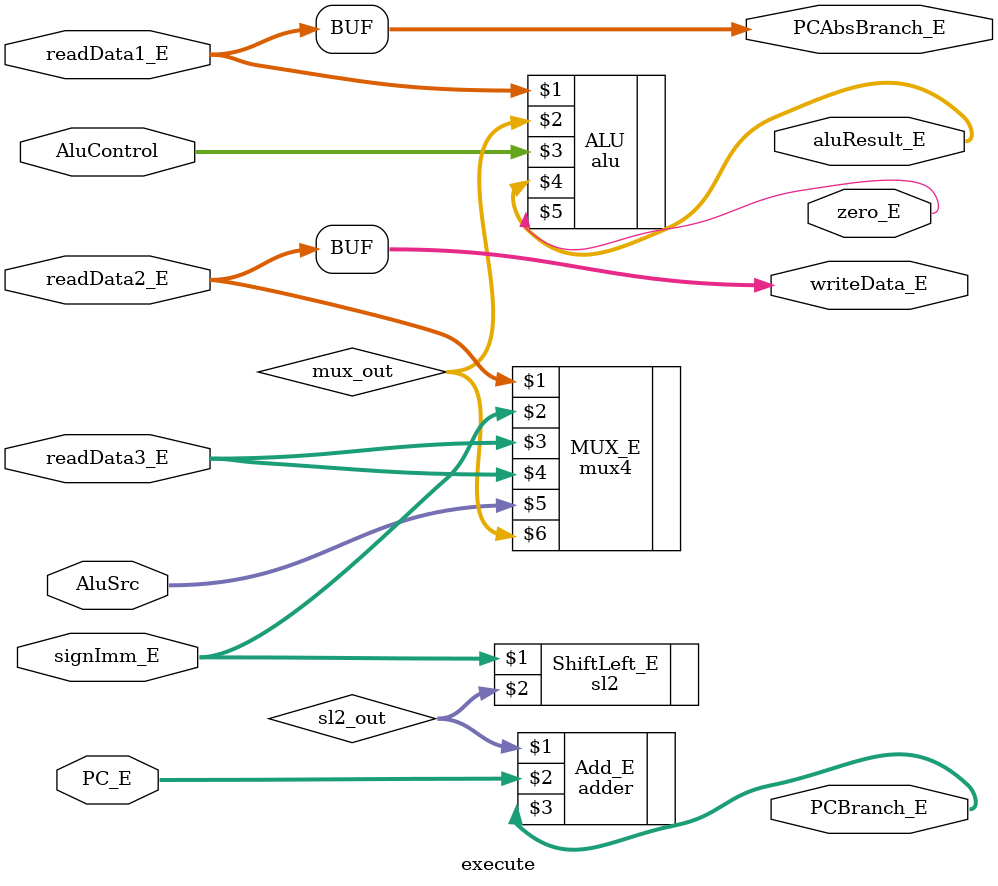
<source format=sv>
module execute #(parameter N=64)
				(input logic [1:0] AluSrc,
				 input logic [3:0] AluControl,
				 input logic [N-1:0] PC_E, signImm_E, readData1_E, readData2_E, readData3_E,
				 output logic [N-1:0] PCBranch_E, PCAbsBranch_E, aluResult_E, writeData_E,
				 output logic zero_E);

	logic [N-1:0] mux_out, sl2_out;
  assign PCAbsBranch_E = readData1_E;

	mux4  #(N) MUX_E(readData2_E, signImm_E, readData3_E, readData3_E, AluSrc, mux_out);
	alu        ALU(readData1_E, mux_out, AluControl, aluResult_E, zero_E);
	sl2   #(N) ShiftLeft_E(signImm_E, sl2_out);
	adder #(N) Add_E(sl2_out, PC_E, PCBranch_E);

	assign writeData_E = readData2_E;
endmodule

</source>
